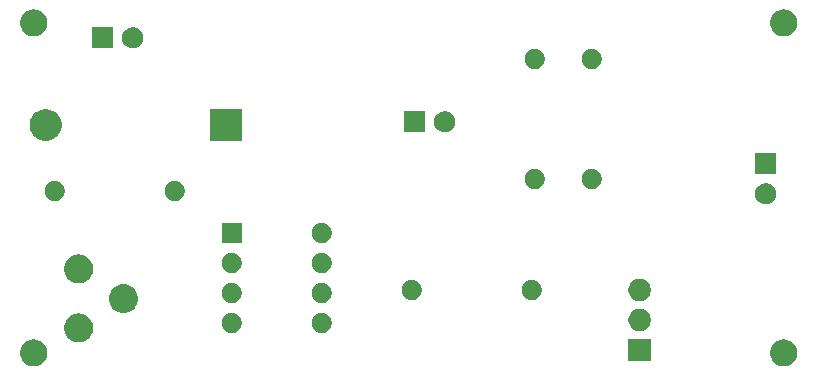
<source format=gbr>
G04 #@! TF.GenerationSoftware,KiCad,Pcbnew,5.1.5-52549c5~84~ubuntu18.04.1*
G04 #@! TF.CreationDate,2020-04-29T13:09:13+01:00*
G04 #@! TF.ProjectId,etl_driver_pcb,65746c5f-6472-4697-9665-725f7063622e,rev?*
G04 #@! TF.SameCoordinates,Original*
G04 #@! TF.FileFunction,Soldermask,Top*
G04 #@! TF.FilePolarity,Negative*
%FSLAX46Y46*%
G04 Gerber Fmt 4.6, Leading zero omitted, Abs format (unit mm)*
G04 Created by KiCad (PCBNEW 5.1.5-52549c5~84~ubuntu18.04.1) date 2020-04-29 13:09:13*
%MOMM*%
%LPD*%
G04 APERTURE LIST*
%ADD10C,0.100000*%
G04 APERTURE END LIST*
D10*
G36*
X190470549Y-126125116D02*
G01*
X190581734Y-126147232D01*
X190729850Y-126208584D01*
X190767158Y-126224037D01*
X190791203Y-126233997D01*
X190979720Y-126359960D01*
X191140040Y-126520280D01*
X191266003Y-126708797D01*
X191352768Y-126918266D01*
X191397000Y-127140636D01*
X191397000Y-127367364D01*
X191352768Y-127589734D01*
X191266003Y-127799203D01*
X191140040Y-127987720D01*
X190979720Y-128148040D01*
X190791203Y-128274003D01*
X190581734Y-128360768D01*
X190470549Y-128382884D01*
X190359365Y-128405000D01*
X190132635Y-128405000D01*
X190021451Y-128382884D01*
X189910266Y-128360768D01*
X189700797Y-128274003D01*
X189512280Y-128148040D01*
X189351960Y-127987720D01*
X189225997Y-127799203D01*
X189139232Y-127589734D01*
X189095000Y-127367364D01*
X189095000Y-127140636D01*
X189139232Y-126918266D01*
X189225997Y-126708797D01*
X189351960Y-126520280D01*
X189512280Y-126359960D01*
X189700797Y-126233997D01*
X189724843Y-126224037D01*
X189762150Y-126208584D01*
X189910266Y-126147232D01*
X190021451Y-126125116D01*
X190132635Y-126103000D01*
X190359365Y-126103000D01*
X190470549Y-126125116D01*
G37*
G36*
X126970549Y-126125116D02*
G01*
X127081734Y-126147232D01*
X127229850Y-126208584D01*
X127267158Y-126224037D01*
X127291203Y-126233997D01*
X127479720Y-126359960D01*
X127640040Y-126520280D01*
X127766003Y-126708797D01*
X127852768Y-126918266D01*
X127897000Y-127140636D01*
X127897000Y-127367364D01*
X127852768Y-127589734D01*
X127766003Y-127799203D01*
X127640040Y-127987720D01*
X127479720Y-128148040D01*
X127291203Y-128274003D01*
X127081734Y-128360768D01*
X126970549Y-128382884D01*
X126859365Y-128405000D01*
X126632635Y-128405000D01*
X126521451Y-128382884D01*
X126410266Y-128360768D01*
X126200797Y-128274003D01*
X126012280Y-128148040D01*
X125851960Y-127987720D01*
X125725997Y-127799203D01*
X125639232Y-127589734D01*
X125595000Y-127367364D01*
X125595000Y-127140636D01*
X125639232Y-126918266D01*
X125725997Y-126708797D01*
X125851960Y-126520280D01*
X126012280Y-126359960D01*
X126200797Y-126233997D01*
X126224843Y-126224037D01*
X126262150Y-126208584D01*
X126410266Y-126147232D01*
X126521451Y-126125116D01*
X126632635Y-126103000D01*
X126859365Y-126103000D01*
X126970549Y-126125116D01*
G37*
G36*
X179005000Y-127951000D02*
G01*
X177103000Y-127951000D01*
X177103000Y-126049000D01*
X179005000Y-126049000D01*
X179005000Y-127951000D01*
G37*
G36*
X130794205Y-123944461D02*
G01*
X130912153Y-123967922D01*
X131004194Y-124006047D01*
X131134359Y-124059963D01*
X131334342Y-124193587D01*
X131504413Y-124363658D01*
X131638037Y-124563641D01*
X131665600Y-124630184D01*
X131730078Y-124785847D01*
X131777000Y-125021742D01*
X131777000Y-125262258D01*
X131736047Y-125468147D01*
X131730078Y-125498152D01*
X131638037Y-125720359D01*
X131504413Y-125920342D01*
X131334342Y-126090413D01*
X131134359Y-126224037D01*
X131004194Y-126277953D01*
X130912153Y-126316078D01*
X130794205Y-126339539D01*
X130676259Y-126363000D01*
X130435741Y-126363000D01*
X130317795Y-126339539D01*
X130199847Y-126316078D01*
X130107806Y-126277953D01*
X129977641Y-126224037D01*
X129777658Y-126090413D01*
X129607587Y-125920342D01*
X129473963Y-125720359D01*
X129381922Y-125498152D01*
X129375954Y-125468147D01*
X129335000Y-125262258D01*
X129335000Y-125021742D01*
X129381922Y-124785847D01*
X129446400Y-124630184D01*
X129473963Y-124563641D01*
X129607587Y-124363658D01*
X129777658Y-124193587D01*
X129977641Y-124059963D01*
X130107806Y-124006047D01*
X130199847Y-123967922D01*
X130317795Y-123944461D01*
X130435741Y-123921000D01*
X130676259Y-123921000D01*
X130794205Y-123944461D01*
G37*
G36*
X143758228Y-123895703D02*
G01*
X143913100Y-123959853D01*
X144052481Y-124052985D01*
X144171015Y-124171519D01*
X144264147Y-124310900D01*
X144328297Y-124465772D01*
X144361000Y-124630184D01*
X144361000Y-124797816D01*
X144328297Y-124962228D01*
X144264147Y-125117100D01*
X144171015Y-125256481D01*
X144052481Y-125375015D01*
X143913100Y-125468147D01*
X143758228Y-125532297D01*
X143593816Y-125565000D01*
X143426184Y-125565000D01*
X143261772Y-125532297D01*
X143106900Y-125468147D01*
X142967519Y-125375015D01*
X142848985Y-125256481D01*
X142755853Y-125117100D01*
X142691703Y-124962228D01*
X142659000Y-124797816D01*
X142659000Y-124630184D01*
X142691703Y-124465772D01*
X142755853Y-124310900D01*
X142848985Y-124171519D01*
X142967519Y-124052985D01*
X143106900Y-123959853D01*
X143261772Y-123895703D01*
X143426184Y-123863000D01*
X143593816Y-123863000D01*
X143758228Y-123895703D01*
G37*
G36*
X151378228Y-123895703D02*
G01*
X151533100Y-123959853D01*
X151672481Y-124052985D01*
X151791015Y-124171519D01*
X151884147Y-124310900D01*
X151948297Y-124465772D01*
X151981000Y-124630184D01*
X151981000Y-124797816D01*
X151948297Y-124962228D01*
X151884147Y-125117100D01*
X151791015Y-125256481D01*
X151672481Y-125375015D01*
X151533100Y-125468147D01*
X151378228Y-125532297D01*
X151213816Y-125565000D01*
X151046184Y-125565000D01*
X150881772Y-125532297D01*
X150726900Y-125468147D01*
X150587519Y-125375015D01*
X150468985Y-125256481D01*
X150375853Y-125117100D01*
X150311703Y-124962228D01*
X150279000Y-124797816D01*
X150279000Y-124630184D01*
X150311703Y-124465772D01*
X150375853Y-124310900D01*
X150468985Y-124171519D01*
X150587519Y-124052985D01*
X150726900Y-123959853D01*
X150881772Y-123895703D01*
X151046184Y-123863000D01*
X151213816Y-123863000D01*
X151378228Y-123895703D01*
G37*
G36*
X178331395Y-123545546D02*
G01*
X178504466Y-123617234D01*
X178504467Y-123617235D01*
X178660227Y-123721310D01*
X178792690Y-123853773D01*
X178820708Y-123895705D01*
X178896766Y-124009534D01*
X178968454Y-124182605D01*
X179005000Y-124366333D01*
X179005000Y-124553667D01*
X178968454Y-124737395D01*
X178896766Y-124910466D01*
X178896765Y-124910467D01*
X178792690Y-125066227D01*
X178660227Y-125198690D01*
X178581818Y-125251081D01*
X178504466Y-125302766D01*
X178331395Y-125374454D01*
X178147667Y-125411000D01*
X177960333Y-125411000D01*
X177776605Y-125374454D01*
X177603534Y-125302766D01*
X177526182Y-125251081D01*
X177447773Y-125198690D01*
X177315310Y-125066227D01*
X177211235Y-124910467D01*
X177211234Y-124910466D01*
X177139546Y-124737395D01*
X177103000Y-124553667D01*
X177103000Y-124366333D01*
X177139546Y-124182605D01*
X177211234Y-124009534D01*
X177287292Y-123895705D01*
X177315310Y-123853773D01*
X177447773Y-123721310D01*
X177603533Y-123617235D01*
X177603534Y-123617234D01*
X177776605Y-123545546D01*
X177960333Y-123509000D01*
X178147667Y-123509000D01*
X178331395Y-123545546D01*
G37*
G36*
X134594205Y-121444461D02*
G01*
X134712153Y-121467922D01*
X134804194Y-121506047D01*
X134934359Y-121559963D01*
X135134342Y-121693587D01*
X135304413Y-121863658D01*
X135438037Y-122063641D01*
X135481358Y-122168228D01*
X135518467Y-122257815D01*
X135530078Y-122285848D01*
X135577000Y-122521741D01*
X135577000Y-122762259D01*
X135562528Y-122835015D01*
X135530078Y-122998153D01*
X135491953Y-123090194D01*
X135438037Y-123220359D01*
X135304413Y-123420342D01*
X135134342Y-123590413D01*
X134934359Y-123724037D01*
X134804194Y-123777953D01*
X134712153Y-123816078D01*
X134476259Y-123863000D01*
X134235741Y-123863000D01*
X133999847Y-123816078D01*
X133907806Y-123777953D01*
X133777641Y-123724037D01*
X133577658Y-123590413D01*
X133407587Y-123420342D01*
X133273963Y-123220359D01*
X133220047Y-123090194D01*
X133181922Y-122998153D01*
X133149472Y-122835015D01*
X133135000Y-122762259D01*
X133135000Y-122521741D01*
X133181922Y-122285848D01*
X133193534Y-122257815D01*
X133230642Y-122168228D01*
X133273963Y-122063641D01*
X133407587Y-121863658D01*
X133577658Y-121693587D01*
X133777641Y-121559963D01*
X133907806Y-121506047D01*
X133999847Y-121467922D01*
X134117795Y-121444461D01*
X134235741Y-121421000D01*
X134476259Y-121421000D01*
X134594205Y-121444461D01*
G37*
G36*
X151378228Y-121355703D02*
G01*
X151533100Y-121419853D01*
X151672481Y-121512985D01*
X151791015Y-121631519D01*
X151884147Y-121770900D01*
X151948297Y-121925772D01*
X151981000Y-122090184D01*
X151981000Y-122257816D01*
X151948297Y-122422228D01*
X151884147Y-122577100D01*
X151791015Y-122716481D01*
X151672481Y-122835015D01*
X151533100Y-122928147D01*
X151378228Y-122992297D01*
X151213816Y-123025000D01*
X151046184Y-123025000D01*
X150881772Y-122992297D01*
X150726900Y-122928147D01*
X150587519Y-122835015D01*
X150468985Y-122716481D01*
X150375853Y-122577100D01*
X150311703Y-122422228D01*
X150279000Y-122257816D01*
X150279000Y-122090184D01*
X150311703Y-121925772D01*
X150375853Y-121770900D01*
X150468985Y-121631519D01*
X150587519Y-121512985D01*
X150726900Y-121419853D01*
X150881772Y-121355703D01*
X151046184Y-121323000D01*
X151213816Y-121323000D01*
X151378228Y-121355703D01*
G37*
G36*
X143758228Y-121355703D02*
G01*
X143913100Y-121419853D01*
X144052481Y-121512985D01*
X144171015Y-121631519D01*
X144264147Y-121770900D01*
X144328297Y-121925772D01*
X144361000Y-122090184D01*
X144361000Y-122257816D01*
X144328297Y-122422228D01*
X144264147Y-122577100D01*
X144171015Y-122716481D01*
X144052481Y-122835015D01*
X143913100Y-122928147D01*
X143758228Y-122992297D01*
X143593816Y-123025000D01*
X143426184Y-123025000D01*
X143261772Y-122992297D01*
X143106900Y-122928147D01*
X142967519Y-122835015D01*
X142848985Y-122716481D01*
X142755853Y-122577100D01*
X142691703Y-122422228D01*
X142659000Y-122257816D01*
X142659000Y-122090184D01*
X142691703Y-121925772D01*
X142755853Y-121770900D01*
X142848985Y-121631519D01*
X142967519Y-121512985D01*
X143106900Y-121419853D01*
X143261772Y-121355703D01*
X143426184Y-121323000D01*
X143593816Y-121323000D01*
X143758228Y-121355703D01*
G37*
G36*
X178331395Y-121005546D02*
G01*
X178504466Y-121077234D01*
X178541086Y-121101703D01*
X178660227Y-121181310D01*
X178792690Y-121313773D01*
X178835284Y-121377520D01*
X178896766Y-121469534D01*
X178968454Y-121642605D01*
X179005000Y-121826333D01*
X179005000Y-122013667D01*
X178968454Y-122197395D01*
X178896766Y-122370466D01*
X178896765Y-122370467D01*
X178792690Y-122526227D01*
X178660227Y-122658690D01*
X178637092Y-122674148D01*
X178504466Y-122762766D01*
X178331395Y-122834454D01*
X178147667Y-122871000D01*
X177960333Y-122871000D01*
X177776605Y-122834454D01*
X177603534Y-122762766D01*
X177470908Y-122674148D01*
X177447773Y-122658690D01*
X177315310Y-122526227D01*
X177211235Y-122370467D01*
X177211234Y-122370466D01*
X177139546Y-122197395D01*
X177103000Y-122013667D01*
X177103000Y-121826333D01*
X177139546Y-121642605D01*
X177211234Y-121469534D01*
X177272716Y-121377520D01*
X177315310Y-121313773D01*
X177447773Y-121181310D01*
X177566914Y-121101703D01*
X177603534Y-121077234D01*
X177776605Y-121005546D01*
X177960333Y-120969000D01*
X178147667Y-120969000D01*
X178331395Y-121005546D01*
G37*
G36*
X169158228Y-121101703D02*
G01*
X169313100Y-121165853D01*
X169452481Y-121258985D01*
X169571015Y-121377519D01*
X169664147Y-121516900D01*
X169728297Y-121671772D01*
X169761000Y-121836184D01*
X169761000Y-122003816D01*
X169728297Y-122168228D01*
X169664147Y-122323100D01*
X169571015Y-122462481D01*
X169452481Y-122581015D01*
X169313100Y-122674147D01*
X169158228Y-122738297D01*
X168993816Y-122771000D01*
X168826184Y-122771000D01*
X168661772Y-122738297D01*
X168506900Y-122674147D01*
X168367519Y-122581015D01*
X168248985Y-122462481D01*
X168155853Y-122323100D01*
X168091703Y-122168228D01*
X168059000Y-122003816D01*
X168059000Y-121836184D01*
X168091703Y-121671772D01*
X168155853Y-121516900D01*
X168248985Y-121377519D01*
X168367519Y-121258985D01*
X168506900Y-121165853D01*
X168661772Y-121101703D01*
X168826184Y-121069000D01*
X168993816Y-121069000D01*
X169158228Y-121101703D01*
G37*
G36*
X158998228Y-121101703D02*
G01*
X159153100Y-121165853D01*
X159292481Y-121258985D01*
X159411015Y-121377519D01*
X159504147Y-121516900D01*
X159568297Y-121671772D01*
X159601000Y-121836184D01*
X159601000Y-122003816D01*
X159568297Y-122168228D01*
X159504147Y-122323100D01*
X159411015Y-122462481D01*
X159292481Y-122581015D01*
X159153100Y-122674147D01*
X158998228Y-122738297D01*
X158833816Y-122771000D01*
X158666184Y-122771000D01*
X158501772Y-122738297D01*
X158346900Y-122674147D01*
X158207519Y-122581015D01*
X158088985Y-122462481D01*
X157995853Y-122323100D01*
X157931703Y-122168228D01*
X157899000Y-122003816D01*
X157899000Y-121836184D01*
X157931703Y-121671772D01*
X157995853Y-121516900D01*
X158088985Y-121377519D01*
X158207519Y-121258985D01*
X158346900Y-121165853D01*
X158501772Y-121101703D01*
X158666184Y-121069000D01*
X158833816Y-121069000D01*
X158998228Y-121101703D01*
G37*
G36*
X130794205Y-118944461D02*
G01*
X130912153Y-118967922D01*
X131004194Y-119006047D01*
X131134359Y-119059963D01*
X131334342Y-119193587D01*
X131504413Y-119363658D01*
X131638037Y-119563641D01*
X131730078Y-119785848D01*
X131777000Y-120021741D01*
X131777000Y-120262259D01*
X131730078Y-120498152D01*
X131638037Y-120720359D01*
X131504413Y-120920342D01*
X131334342Y-121090413D01*
X131134359Y-121224037D01*
X131004194Y-121277953D01*
X130912153Y-121316078D01*
X130877353Y-121323000D01*
X130676259Y-121363000D01*
X130435741Y-121363000D01*
X130234647Y-121323000D01*
X130199847Y-121316078D01*
X130107806Y-121277953D01*
X129977641Y-121224037D01*
X129777658Y-121090413D01*
X129607587Y-120920342D01*
X129473963Y-120720359D01*
X129381922Y-120498152D01*
X129335000Y-120262259D01*
X129335000Y-120021741D01*
X129381922Y-119785848D01*
X129473963Y-119563641D01*
X129607587Y-119363658D01*
X129777658Y-119193587D01*
X129977641Y-119059963D01*
X130107806Y-119006047D01*
X130199847Y-118967922D01*
X130317795Y-118944461D01*
X130435741Y-118921000D01*
X130676259Y-118921000D01*
X130794205Y-118944461D01*
G37*
G36*
X151378228Y-118815703D02*
G01*
X151533100Y-118879853D01*
X151672481Y-118972985D01*
X151791015Y-119091519D01*
X151884147Y-119230900D01*
X151948297Y-119385772D01*
X151981000Y-119550184D01*
X151981000Y-119717816D01*
X151948297Y-119882228D01*
X151884147Y-120037100D01*
X151791015Y-120176481D01*
X151672481Y-120295015D01*
X151533100Y-120388147D01*
X151378228Y-120452297D01*
X151213816Y-120485000D01*
X151046184Y-120485000D01*
X150881772Y-120452297D01*
X150726900Y-120388147D01*
X150587519Y-120295015D01*
X150468985Y-120176481D01*
X150375853Y-120037100D01*
X150311703Y-119882228D01*
X150279000Y-119717816D01*
X150279000Y-119550184D01*
X150311703Y-119385772D01*
X150375853Y-119230900D01*
X150468985Y-119091519D01*
X150587519Y-118972985D01*
X150726900Y-118879853D01*
X150881772Y-118815703D01*
X151046184Y-118783000D01*
X151213816Y-118783000D01*
X151378228Y-118815703D01*
G37*
G36*
X143758228Y-118815703D02*
G01*
X143913100Y-118879853D01*
X144052481Y-118972985D01*
X144171015Y-119091519D01*
X144264147Y-119230900D01*
X144328297Y-119385772D01*
X144361000Y-119550184D01*
X144361000Y-119717816D01*
X144328297Y-119882228D01*
X144264147Y-120037100D01*
X144171015Y-120176481D01*
X144052481Y-120295015D01*
X143913100Y-120388147D01*
X143758228Y-120452297D01*
X143593816Y-120485000D01*
X143426184Y-120485000D01*
X143261772Y-120452297D01*
X143106900Y-120388147D01*
X142967519Y-120295015D01*
X142848985Y-120176481D01*
X142755853Y-120037100D01*
X142691703Y-119882228D01*
X142659000Y-119717816D01*
X142659000Y-119550184D01*
X142691703Y-119385772D01*
X142755853Y-119230900D01*
X142848985Y-119091519D01*
X142967519Y-118972985D01*
X143106900Y-118879853D01*
X143261772Y-118815703D01*
X143426184Y-118783000D01*
X143593816Y-118783000D01*
X143758228Y-118815703D01*
G37*
G36*
X144361000Y-117945000D02*
G01*
X142659000Y-117945000D01*
X142659000Y-116243000D01*
X144361000Y-116243000D01*
X144361000Y-117945000D01*
G37*
G36*
X151378228Y-116275703D02*
G01*
X151533100Y-116339853D01*
X151672481Y-116432985D01*
X151791015Y-116551519D01*
X151884147Y-116690900D01*
X151948297Y-116845772D01*
X151981000Y-117010184D01*
X151981000Y-117177816D01*
X151948297Y-117342228D01*
X151884147Y-117497100D01*
X151791015Y-117636481D01*
X151672481Y-117755015D01*
X151533100Y-117848147D01*
X151378228Y-117912297D01*
X151213816Y-117945000D01*
X151046184Y-117945000D01*
X150881772Y-117912297D01*
X150726900Y-117848147D01*
X150587519Y-117755015D01*
X150468985Y-117636481D01*
X150375853Y-117497100D01*
X150311703Y-117342228D01*
X150279000Y-117177816D01*
X150279000Y-117010184D01*
X150311703Y-116845772D01*
X150375853Y-116690900D01*
X150468985Y-116551519D01*
X150587519Y-116432985D01*
X150726900Y-116339853D01*
X150881772Y-116275703D01*
X151046184Y-116243000D01*
X151213816Y-116243000D01*
X151378228Y-116275703D01*
G37*
G36*
X188835512Y-112895927D02*
G01*
X188984812Y-112925624D01*
X189148784Y-112993544D01*
X189296354Y-113092147D01*
X189421853Y-113217646D01*
X189520456Y-113365216D01*
X189588376Y-113529188D01*
X189623000Y-113703259D01*
X189623000Y-113880741D01*
X189588376Y-114054812D01*
X189520456Y-114218784D01*
X189421853Y-114366354D01*
X189296354Y-114491853D01*
X189148784Y-114590456D01*
X188984812Y-114658376D01*
X188835512Y-114688073D01*
X188810742Y-114693000D01*
X188633258Y-114693000D01*
X188608488Y-114688073D01*
X188459188Y-114658376D01*
X188295216Y-114590456D01*
X188147646Y-114491853D01*
X188022147Y-114366354D01*
X187923544Y-114218784D01*
X187855624Y-114054812D01*
X187821000Y-113880741D01*
X187821000Y-113703259D01*
X187855624Y-113529188D01*
X187923544Y-113365216D01*
X188022147Y-113217646D01*
X188147646Y-113092147D01*
X188295216Y-112993544D01*
X188459188Y-112925624D01*
X188608488Y-112895927D01*
X188633258Y-112891000D01*
X188810742Y-112891000D01*
X188835512Y-112895927D01*
G37*
G36*
X128772228Y-112719703D02*
G01*
X128927100Y-112783853D01*
X129066481Y-112876985D01*
X129185015Y-112995519D01*
X129278147Y-113134900D01*
X129342297Y-113289772D01*
X129375000Y-113454184D01*
X129375000Y-113621816D01*
X129342297Y-113786228D01*
X129278147Y-113941100D01*
X129185015Y-114080481D01*
X129066481Y-114199015D01*
X128927100Y-114292147D01*
X128772228Y-114356297D01*
X128607816Y-114389000D01*
X128440184Y-114389000D01*
X128275772Y-114356297D01*
X128120900Y-114292147D01*
X127981519Y-114199015D01*
X127862985Y-114080481D01*
X127769853Y-113941100D01*
X127705703Y-113786228D01*
X127673000Y-113621816D01*
X127673000Y-113454184D01*
X127705703Y-113289772D01*
X127769853Y-113134900D01*
X127862985Y-112995519D01*
X127981519Y-112876985D01*
X128120900Y-112783853D01*
X128275772Y-112719703D01*
X128440184Y-112687000D01*
X128607816Y-112687000D01*
X128772228Y-112719703D01*
G37*
G36*
X138932228Y-112719703D02*
G01*
X139087100Y-112783853D01*
X139226481Y-112876985D01*
X139345015Y-112995519D01*
X139438147Y-113134900D01*
X139502297Y-113289772D01*
X139535000Y-113454184D01*
X139535000Y-113621816D01*
X139502297Y-113786228D01*
X139438147Y-113941100D01*
X139345015Y-114080481D01*
X139226481Y-114199015D01*
X139087100Y-114292147D01*
X138932228Y-114356297D01*
X138767816Y-114389000D01*
X138600184Y-114389000D01*
X138435772Y-114356297D01*
X138280900Y-114292147D01*
X138141519Y-114199015D01*
X138022985Y-114080481D01*
X137929853Y-113941100D01*
X137865703Y-113786228D01*
X137833000Y-113621816D01*
X137833000Y-113454184D01*
X137865703Y-113289772D01*
X137929853Y-113134900D01*
X138022985Y-112995519D01*
X138141519Y-112876985D01*
X138280900Y-112783853D01*
X138435772Y-112719703D01*
X138600184Y-112687000D01*
X138767816Y-112687000D01*
X138932228Y-112719703D01*
G37*
G36*
X169412228Y-111703703D02*
G01*
X169567100Y-111767853D01*
X169706481Y-111860985D01*
X169825015Y-111979519D01*
X169918147Y-112118900D01*
X169982297Y-112273772D01*
X170015000Y-112438184D01*
X170015000Y-112605816D01*
X169982297Y-112770228D01*
X169918147Y-112925100D01*
X169825015Y-113064481D01*
X169706481Y-113183015D01*
X169567100Y-113276147D01*
X169412228Y-113340297D01*
X169247816Y-113373000D01*
X169080184Y-113373000D01*
X168915772Y-113340297D01*
X168760900Y-113276147D01*
X168621519Y-113183015D01*
X168502985Y-113064481D01*
X168409853Y-112925100D01*
X168345703Y-112770228D01*
X168313000Y-112605816D01*
X168313000Y-112438184D01*
X168345703Y-112273772D01*
X168409853Y-112118900D01*
X168502985Y-111979519D01*
X168621519Y-111860985D01*
X168760900Y-111767853D01*
X168915772Y-111703703D01*
X169080184Y-111671000D01*
X169247816Y-111671000D01*
X169412228Y-111703703D01*
G37*
G36*
X174238228Y-111703703D02*
G01*
X174393100Y-111767853D01*
X174532481Y-111860985D01*
X174651015Y-111979519D01*
X174744147Y-112118900D01*
X174808297Y-112273772D01*
X174841000Y-112438184D01*
X174841000Y-112605816D01*
X174808297Y-112770228D01*
X174744147Y-112925100D01*
X174651015Y-113064481D01*
X174532481Y-113183015D01*
X174393100Y-113276147D01*
X174238228Y-113340297D01*
X174073816Y-113373000D01*
X173906184Y-113373000D01*
X173741772Y-113340297D01*
X173586900Y-113276147D01*
X173447519Y-113183015D01*
X173328985Y-113064481D01*
X173235853Y-112925100D01*
X173171703Y-112770228D01*
X173139000Y-112605816D01*
X173139000Y-112438184D01*
X173171703Y-112273772D01*
X173235853Y-112118900D01*
X173328985Y-111979519D01*
X173447519Y-111860985D01*
X173586900Y-111767853D01*
X173741772Y-111703703D01*
X173906184Y-111671000D01*
X174073816Y-111671000D01*
X174238228Y-111703703D01*
G37*
G36*
X189623000Y-112153000D02*
G01*
X187821000Y-112153000D01*
X187821000Y-110351000D01*
X189623000Y-110351000D01*
X189623000Y-112153000D01*
G37*
G36*
X144353000Y-109301000D02*
G01*
X141651000Y-109301000D01*
X141651000Y-106599000D01*
X144353000Y-106599000D01*
X144353000Y-109301000D01*
G37*
G36*
X128156072Y-106650918D02*
G01*
X128401939Y-106752759D01*
X128513328Y-106827187D01*
X128618624Y-106897544D01*
X128623212Y-106900610D01*
X128811390Y-107088788D01*
X128959241Y-107310061D01*
X129061082Y-107555928D01*
X129113000Y-107816938D01*
X129113000Y-108083062D01*
X129061082Y-108344072D01*
X128959241Y-108589939D01*
X128811390Y-108811212D01*
X128623212Y-108999390D01*
X128401939Y-109147241D01*
X128401938Y-109147242D01*
X128401937Y-109147242D01*
X128156072Y-109249082D01*
X127895063Y-109301000D01*
X127628937Y-109301000D01*
X127367928Y-109249082D01*
X127122063Y-109147242D01*
X127122062Y-109147242D01*
X127122061Y-109147241D01*
X126900788Y-108999390D01*
X126712610Y-108811212D01*
X126564759Y-108589939D01*
X126462918Y-108344072D01*
X126411000Y-108083062D01*
X126411000Y-107816938D01*
X126462918Y-107555928D01*
X126564759Y-107310061D01*
X126712610Y-107088788D01*
X126900788Y-106900610D01*
X126905377Y-106897544D01*
X127010672Y-106827187D01*
X127122061Y-106752759D01*
X127367928Y-106650918D01*
X127628937Y-106599000D01*
X127895063Y-106599000D01*
X128156072Y-106650918D01*
G37*
G36*
X159905000Y-108597000D02*
G01*
X158103000Y-108597000D01*
X158103000Y-106795000D01*
X159905000Y-106795000D01*
X159905000Y-108597000D01*
G37*
G36*
X161657512Y-106799927D02*
G01*
X161806812Y-106829624D01*
X161970784Y-106897544D01*
X162118354Y-106996147D01*
X162243853Y-107121646D01*
X162342456Y-107269216D01*
X162410376Y-107433188D01*
X162445000Y-107607259D01*
X162445000Y-107784741D01*
X162410376Y-107958812D01*
X162342456Y-108122784D01*
X162243853Y-108270354D01*
X162118354Y-108395853D01*
X161970784Y-108494456D01*
X161806812Y-108562376D01*
X161668250Y-108589937D01*
X161632742Y-108597000D01*
X161455258Y-108597000D01*
X161419750Y-108589937D01*
X161281188Y-108562376D01*
X161117216Y-108494456D01*
X160969646Y-108395853D01*
X160844147Y-108270354D01*
X160745544Y-108122784D01*
X160677624Y-107958812D01*
X160643000Y-107784741D01*
X160643000Y-107607259D01*
X160677624Y-107433188D01*
X160745544Y-107269216D01*
X160844147Y-107121646D01*
X160969646Y-106996147D01*
X161117216Y-106897544D01*
X161281188Y-106829624D01*
X161430488Y-106799927D01*
X161455258Y-106795000D01*
X161632742Y-106795000D01*
X161657512Y-106799927D01*
G37*
G36*
X174238228Y-101543703D02*
G01*
X174393100Y-101607853D01*
X174532481Y-101700985D01*
X174651015Y-101819519D01*
X174744147Y-101958900D01*
X174808297Y-102113772D01*
X174841000Y-102278184D01*
X174841000Y-102445816D01*
X174808297Y-102610228D01*
X174744147Y-102765100D01*
X174651015Y-102904481D01*
X174532481Y-103023015D01*
X174393100Y-103116147D01*
X174238228Y-103180297D01*
X174073816Y-103213000D01*
X173906184Y-103213000D01*
X173741772Y-103180297D01*
X173586900Y-103116147D01*
X173447519Y-103023015D01*
X173328985Y-102904481D01*
X173235853Y-102765100D01*
X173171703Y-102610228D01*
X173139000Y-102445816D01*
X173139000Y-102278184D01*
X173171703Y-102113772D01*
X173235853Y-101958900D01*
X173328985Y-101819519D01*
X173447519Y-101700985D01*
X173586900Y-101607853D01*
X173741772Y-101543703D01*
X173906184Y-101511000D01*
X174073816Y-101511000D01*
X174238228Y-101543703D01*
G37*
G36*
X169412228Y-101543703D02*
G01*
X169567100Y-101607853D01*
X169706481Y-101700985D01*
X169825015Y-101819519D01*
X169918147Y-101958900D01*
X169982297Y-102113772D01*
X170015000Y-102278184D01*
X170015000Y-102445816D01*
X169982297Y-102610228D01*
X169918147Y-102765100D01*
X169825015Y-102904481D01*
X169706481Y-103023015D01*
X169567100Y-103116147D01*
X169412228Y-103180297D01*
X169247816Y-103213000D01*
X169080184Y-103213000D01*
X168915772Y-103180297D01*
X168760900Y-103116147D01*
X168621519Y-103023015D01*
X168502985Y-102904481D01*
X168409853Y-102765100D01*
X168345703Y-102610228D01*
X168313000Y-102445816D01*
X168313000Y-102278184D01*
X168345703Y-102113772D01*
X168409853Y-101958900D01*
X168502985Y-101819519D01*
X168621519Y-101700985D01*
X168760900Y-101607853D01*
X168915772Y-101543703D01*
X169080184Y-101511000D01*
X169247816Y-101511000D01*
X169412228Y-101543703D01*
G37*
G36*
X133489000Y-101485000D02*
G01*
X131687000Y-101485000D01*
X131687000Y-99683000D01*
X133489000Y-99683000D01*
X133489000Y-101485000D01*
G37*
G36*
X135241512Y-99687927D02*
G01*
X135390812Y-99717624D01*
X135554784Y-99785544D01*
X135702354Y-99884147D01*
X135827853Y-100009646D01*
X135926456Y-100157216D01*
X135994376Y-100321188D01*
X136029000Y-100495259D01*
X136029000Y-100672741D01*
X135994376Y-100846812D01*
X135926456Y-101010784D01*
X135827853Y-101158354D01*
X135702354Y-101283853D01*
X135554784Y-101382456D01*
X135390812Y-101450376D01*
X135241512Y-101480073D01*
X135216742Y-101485000D01*
X135039258Y-101485000D01*
X135014488Y-101480073D01*
X134865188Y-101450376D01*
X134701216Y-101382456D01*
X134553646Y-101283853D01*
X134428147Y-101158354D01*
X134329544Y-101010784D01*
X134261624Y-100846812D01*
X134227000Y-100672741D01*
X134227000Y-100495259D01*
X134261624Y-100321188D01*
X134329544Y-100157216D01*
X134428147Y-100009646D01*
X134553646Y-99884147D01*
X134701216Y-99785544D01*
X134865188Y-99717624D01*
X135014488Y-99687927D01*
X135039258Y-99683000D01*
X135216742Y-99683000D01*
X135241512Y-99687927D01*
G37*
G36*
X126970549Y-98185116D02*
G01*
X127081734Y-98207232D01*
X127291203Y-98293997D01*
X127479720Y-98419960D01*
X127640040Y-98580280D01*
X127766003Y-98768797D01*
X127852768Y-98978266D01*
X127897000Y-99200636D01*
X127897000Y-99427364D01*
X127852768Y-99649734D01*
X127766003Y-99859203D01*
X127640040Y-100047720D01*
X127479720Y-100208040D01*
X127291203Y-100334003D01*
X127081734Y-100420768D01*
X126970549Y-100442884D01*
X126859365Y-100465000D01*
X126632635Y-100465000D01*
X126521451Y-100442884D01*
X126410266Y-100420768D01*
X126200797Y-100334003D01*
X126012280Y-100208040D01*
X125851960Y-100047720D01*
X125725997Y-99859203D01*
X125639232Y-99649734D01*
X125595000Y-99427364D01*
X125595000Y-99200636D01*
X125639232Y-98978266D01*
X125725997Y-98768797D01*
X125851960Y-98580280D01*
X126012280Y-98419960D01*
X126200797Y-98293997D01*
X126410266Y-98207232D01*
X126521451Y-98185116D01*
X126632635Y-98163000D01*
X126859365Y-98163000D01*
X126970549Y-98185116D01*
G37*
G36*
X190470549Y-98185116D02*
G01*
X190581734Y-98207232D01*
X190791203Y-98293997D01*
X190979720Y-98419960D01*
X191140040Y-98580280D01*
X191266003Y-98768797D01*
X191352768Y-98978266D01*
X191397000Y-99200636D01*
X191397000Y-99427364D01*
X191352768Y-99649734D01*
X191266003Y-99859203D01*
X191140040Y-100047720D01*
X190979720Y-100208040D01*
X190791203Y-100334003D01*
X190581734Y-100420768D01*
X190470549Y-100442884D01*
X190359365Y-100465000D01*
X190132635Y-100465000D01*
X190021451Y-100442884D01*
X189910266Y-100420768D01*
X189700797Y-100334003D01*
X189512280Y-100208040D01*
X189351960Y-100047720D01*
X189225997Y-99859203D01*
X189139232Y-99649734D01*
X189095000Y-99427364D01*
X189095000Y-99200636D01*
X189139232Y-98978266D01*
X189225997Y-98768797D01*
X189351960Y-98580280D01*
X189512280Y-98419960D01*
X189700797Y-98293997D01*
X189910266Y-98207232D01*
X190021451Y-98185116D01*
X190132635Y-98163000D01*
X190359365Y-98163000D01*
X190470549Y-98185116D01*
G37*
M02*

</source>
